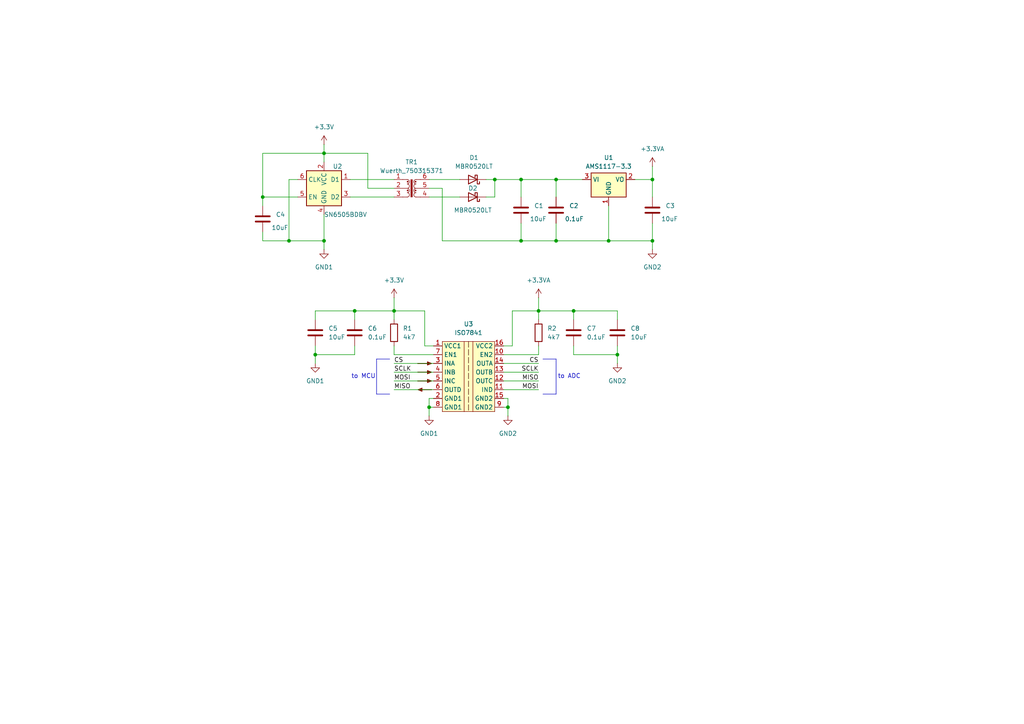
<source format=kicad_sch>
(kicad_sch (version 20250114) (generator "eeschema") (generator_version "9.0")
  (paper "A4")
  (lib_symbols
    (symbol "Device:C" (pin_numbers (hide yes)) (pin_names (offset 0.254))
      (property "Reference" "C" (at 0.635 2.54 0))
      (property "Value" "C" (at 0.635 -2.54 0))
      (symbol "C_0_1"
        (polyline (pts (xy -2.032 0.762) (xy 2.032 0.762)) (stroke (width 0.508)))
        (polyline (pts (xy -2.032 -0.762) (xy 2.032 -0.762)) (stroke (width 0.508)))
      )
      (symbol "C_1_1"
        (pin passive line (at 0 3.81 270) (length 2.794) (name "~") (number "1"))
        (pin passive line (at 0 -3.81 90) (length 2.794) (name "~") (number "2"))
      )
    )
    (symbol "Device:R" (pin_numbers (hide yes)) (pin_names (offset 0))
      (property "Reference" "R" (at 2.032 0 90))
      (property "Value" "R" (at 0 0 90))
      (symbol "R_0_1"
        (rectangle (start -1.016 -2.54) (end 1.016 2.54) (stroke (width 0.254)))
      )
      (symbol "R_1_1"
        (pin passive line (at 0 3.81 270) (length 1.27) (name "~") (number "1"))
        (pin passive line (at 0 -3.81 90) (length 1.27) (name "~") (number "2"))
      )
    )
    (symbol "Diode:MBR0520LT" (pin_numbers (hide yes)) (pin_names (offset 1.016) (hide yes))
      (property "Reference" "D" (at 0 2.54 0))
      (property "Value" "MBR0520LT" (at 0 -2.54 0))
      (symbol "MBR0520LT_0_1"
        (polyline (pts (xy -1.905 0.635) (xy -1.905 1.27) (xy -1.27 1.27) (xy -1.27 -1.27) (xy -0.635 -1.27) (xy -0.635 -0.635)) (stroke (width 0.254)))
        (polyline (pts (xy 1.27 1.27) (xy 1.27 -1.27) (xy -1.27 0) (xy 1.27 1.27)) (stroke (width 0.254)))
        (polyline (pts (xy 1.27 0) (xy -1.27 0)))
      )
      (symbol "MBR0520LT_1_1"
        (pin passive line (at -3.81 0 0) (length 2.54) (name "K") (number "1"))
        (pin passive line (at 3.81 0 180) (length 2.54) (name "A") (number "2"))
      )
    )
    (symbol "Graphic:SYM_Arrow_Small" (in_bom no) (on_board no)
      (symbol "SYM_Arrow_Small_0_1"
        (polyline (pts (xy 1.524 0) (xy -2.032 0)) (stroke (width 0.254)))
        (polyline (pts (xy 2.032 0) (xy 0.762 -0.508) (xy 0.762 0.508) (xy 2.032 0)) (fill (type outline)))
      )
    )
    (symbol "My_Lib_All:ISO7841"
      (property "Reference" "U" (at 0 5.08 0))
      (property "Value" "ISO7841" (at 0 2.54 0))
      (symbol "ISO7841_0_0"
        (pin power_in line (at -10.16 0 0) (length 2.54) (name "VCC1") (number "1"))
        (pin input line (at -10.16 -2.54 0) (length 2.54) (name "EN1") (number "7"))
        (pin input line (at -10.16 -5.08 0) (length 2.54) (name "INA") (number "3"))
        (pin input line (at -10.16 -7.62 0) (length 2.54) (name "INB") (number "4"))
        (pin input line (at -10.16 -10.16 0) (length 2.54) (name "INC") (number "5"))
        (pin output line (at -10.16 -12.7 0) (length 2.54) (name "OUTD") (number "6"))
        (pin power_in line (at -10.16 -15.24 0) (length 2.54) (name "GND1") (number "2"))
        (pin power_in line (at -10.16 -17.78 0) (length 2.54) (name "GND1") (number "8"))
        (pin power_in line (at 10.16 0 180) (length 2.54) (name "VCC2") (number "16"))
        (pin input line (at 10.16 -2.54 180) (length 2.54) (name "EN2") (number "10"))
        (pin output line (at 10.16 -5.08 180) (length 2.54) (name "OUTA") (number "14"))
        (pin output line (at 10.16 -7.62 180) (length 2.54) (name "OUTB") (number "13"))
        (pin output line (at 10.16 -10.16 180) (length 2.54) (name "OUTC") (number "12"))
        (pin input line (at 10.16 -12.7 180) (length 2.54) (name "IND") (number "11"))
        (pin power_in line (at 10.16 -15.24 180) (length 2.54) (name "GND2") (number "15"))
        (pin power_in line (at 10.16 -17.78 180) (length 2.54) (name "GND2") (number "9"))
      )
      (symbol "ISO7841_1_1"
        (rectangle (start -7.62 1.27) (end 7.62 -19.05) (fill (type background)))
        (polyline (pts (xy -1.27 -19.05) (xy -1.27 1.27)))
        (polyline (pts (xy 0 1.27) (xy 0 -19.05)) (stroke (width 0) (type dash) (color 72 0 0 1)))
        (polyline (pts (xy 1.27 1.27) (xy 1.27 -19.05)))
      )
    )
    (symbol "Power_Management:SN6505BDBV"
      (property "Reference" "U" (at -5.08 6.35 0))
      (property "Value" "SN6505BDBV" (at 7.62 6.35 0))
      (symbol "SN6505BDBV_0_1"
        (rectangle (start -5.08 5.08) (end 5.08 -5.08) (stroke (width 0.254)) (fill (type background)))
      )
      (symbol "SN6505BDBV_1_1"
        (pin input line (at -7.62 2.54 0) (length 2.54) (name "CLK") (number "6"))
        (pin input line (at -7.62 -2.54 0) (length 2.54) (name "EN") (number "5"))
        (pin power_in line (at 0 7.62 270) (length 2.54) (name "VCC") (number "2"))
        (pin power_in line (at 0 -7.62 90) (length 2.54) (name "GND") (number "4"))
        (pin open_collector line (at 7.62 2.54 180) (length 2.54) (name "D1") (number "1"))
        (pin open_collector line (at 7.62 -2.54 180) (length 2.54) (name "D2") (number "3"))
      )
    )
    (symbol "Regulator_Linear:AMS1117-3.3"
      (property "Reference" "U" (at -3.81 3.175 0))
      (property "Value" "AMS1117-3.3" (at 0 3.175 0))
      (symbol "AMS1117-3.3_0_1"
        (rectangle (start -5.08 -5.08) (end 5.08 1.905) (stroke (width 0.254)) (fill (type background)))
      )
      (symbol "AMS1117-3.3_1_1"
        (pin power_in line (at -7.62 0 0) (length 2.54) (name "VI") (number "3"))
        (pin power_in line (at 0 -7.62 90) (length 2.54) (name "GND") (number "1"))
        (pin power_out line (at 7.62 0 180) (length 2.54) (name "VO") (number "2"))
      )
    )
    (symbol "Transformer:Wuerth_750315371"
      (property "Reference" "TR" (at 0 5.08 0))
      (property "Value" "Wuerth_750315371" (at 0 -5.08 0))
      (symbol "Wuerth_750315371_0_1"
        (polyline (pts (xy -2.54 2.54) (xy -1.27 2.54)))
        (polyline (pts (xy -2.54 0) (xy -1.27 0)))
        (polyline (pts (xy -2.54 -2.54) (xy -1.27 -2.54)))
        (arc (start -1.27 0) (mid -0.6377 -0.635) (end -1.27 -1.27))
        (arc (start -1.27 -1.27) (mid -0.6377 -1.905) (end -1.27 -2.54))
        (rectangle (start -0.254 2.54) (end 0.254 -2.54) (stroke (width 0.0254)) (fill (type outline)))
        (polyline (pts (xy 1.27 2.54) (xy 2.54 2.54)))
        (polyline (pts (xy 1.27 0) (xy 2.54 0)))
        (polyline (pts (xy 1.27 -2.54) (xy 2.54 -2.54)))
      )
      (symbol "Wuerth_750315371_1_1"
        (arc (start -1.27 2.54) (mid -0.6377 1.905) (end -1.27 1.27))
        (arc (start -1.27 1.27) (mid -0.6377 0.635) (end -1.27 0))
        (circle (center -1.143 1.905) (radius 0.127) (stroke (width 0.254)))
        (circle (center -1.143 -0.635) (radius 0.127) (stroke (width 0.254)))
        (circle (center 1.143 1.905) (radius 0.127) (stroke (width 0.254)))
        (circle (center 1.143 -0.635) (radius 0.127) (stroke (width 0.254)))
        (arc (start 1.27 1.27) (mid 0.6377 1.905) (end 1.27 2.54))
        (arc (start 1.27 0) (mid 0.6377 0.635) (end 1.27 1.27))
        (arc (start 1.27 -1.27) (mid 0.6377 -0.635) (end 1.27 0))
        (arc (start 1.27 -2.54) (mid 0.6377 -1.905) (end 1.27 -1.27))
        (pin passive line (at -5.08 2.54 0) (length 2.54) (name "~") (number "1"))
        (pin passive line (at -5.08 0 0) (length 2.54) (name "~") (number "2"))
        (pin passive line (at -5.08 -2.54 0) (length 2.54) (name "~") (number "3"))
        (pin passive line (at 5.08 2.54 180) (length 2.54) (name "~") (number "6"))
        (pin passive line (at 5.08 0 180) (length 2.54) (name "~") (number "5"))
        (pin passive line (at 5.08 -2.54 180) (length 2.54) (name "~") (number "4"))
      )
    )
    (symbol "power:+3.3V" (power) (pin_numbers (hide yes)) (pin_names (offset 0) (hide yes))
      (property "Value" "+3.3V" (at 0 3.556 0))
      (symbol "+3.3V_0_1"
        (polyline (pts (xy -0.762 1.27) (xy 0 2.54)))
        (polyline (pts (xy 0 2.54) (xy 0.762 1.27)))
        (polyline (pts (xy 0 0) (xy 0 2.54)))
      )
      (symbol "+3.3V_1_1"
        (pin power_in line (at 0 0 90) (length 0) (name "~") (number "1"))
      )
    )
    (symbol "power:+3.3VA" (power) (pin_numbers (hide yes)) (pin_names (offset 0) (hide yes))
      (property "Value" "+3.3VA" (at 0 3.556 0))
      (symbol "+3.3VA_0_1"
        (polyline (pts (xy -0.762 1.27) (xy 0 2.54)))
        (polyline (pts (xy 0 2.54) (xy 0.762 1.27)))
        (polyline (pts (xy 0 0) (xy 0 2.54)))
      )
      (symbol "+3.3VA_1_1"
        (pin power_in line (at 0 0 90) (length 0) (name "~") (number "1"))
      )
    )
    (symbol "power:GND1" (power) (pin_numbers (hide yes)) (pin_names (offset 0) (hide yes))
      (property "Value" "GND1" (at 0 -3.81 0))
      (symbol "GND1_0_1"
        (polyline (pts (xy 0 0) (xy 0 -1.27) (xy 1.27 -1.27) (xy 0 -2.54) (xy -1.27 -1.27) (xy 0 -1.27)))
      )
      (symbol "GND1_1_1"
        (pin power_in line (at 0 0 270) (length 0) (name "~") (number "1"))
      )
    )
    (symbol "power:GND2" (power) (pin_numbers (hide yes)) (pin_names (offset 0) (hide yes))
      (property "Value" "GND2" (at 0 -3.81 0))
      (symbol "GND2_0_1"
        (polyline (pts (xy 0 0) (xy 0 -1.27) (xy 1.27 -1.27) (xy 0 -2.54) (xy -1.27 -1.27) (xy 0 -1.27)))
      )
      (symbol "GND2_1_1"
        (pin power_in line (at 0 0 270) (length 0) (name "~") (number "1"))
      )
    )
  )
  (text "to ADC\n" (at 165.1 109.22 0) (effects (font (size 1.27 1.27))))
  (text "to MCU" (at 105.41 109.22 0) (effects (font (size 1.27 1.27))))
  (junction (at 151.13 52.07))
  (junction (at 151.13 69.85))
  (junction (at 114.3 90.17))
  (junction (at 189.23 69.85))
  (junction (at 83.82 69.85))
  (junction (at 176.53 69.85))
  (junction (at 102.87 90.17))
  (junction (at 93.98 44.45))
  (junction (at 91.44 102.87))
  (junction (at 166.37 90.17))
  (junction (at 156.21 90.17))
  (junction (at 76.2 57.15))
  (junction (at 161.29 69.85))
  (junction (at 124.46 118.11))
  (junction (at 179.07 102.87))
  (junction (at 143.51 52.07))
  (junction (at 189.23 52.07))
  (junction (at 93.98 69.85))
  (junction (at 161.29 52.07))
  (junction (at 147.32 118.11))
  (wire (pts (xy 156.21 86.36) (xy 156.21 90.17)))
  (polyline (pts (xy 157.48 104.14) (xy 161.29 104.14)))
  (wire (pts (xy 176.53 59.69) (xy 176.53 69.85)))
  (wire (pts (xy 125.73 102.87) (xy 114.3 102.87)))
  (wire (pts (xy 83.82 52.07) (xy 83.82 69.85)))
  (wire (pts (xy 124.46 115.57) (xy 124.46 118.11)))
  (wire (pts (xy 91.44 102.87) (xy 91.44 105.41)))
  (wire (pts (xy 189.23 48.26) (xy 189.23 52.07)))
  (wire (pts (xy 83.82 69.85) (xy 93.98 69.85)))
  (polyline (pts (xy 157.48 114.3) (xy 161.29 114.3)))
  (wire (pts (xy 102.87 100.33) (xy 102.87 102.87)))
  (wire (pts (xy 179.07 102.87) (xy 166.37 102.87)))
  (wire (pts (xy 140.97 52.07) (xy 143.51 52.07)))
  (polyline (pts (xy 109.22 104.14) (xy 109.22 114.3)))
  (wire (pts (xy 166.37 90.17) (xy 179.07 90.17)))
  (wire (pts (xy 146.05 110.49) (xy 156.21 110.49)))
  (wire (pts (xy 76.2 57.15) (xy 76.2 44.45)))
  (wire (pts (xy 166.37 100.33) (xy 166.37 102.87)))
  (wire (pts (xy 146.05 118.11) (xy 147.32 118.11)))
  (wire (pts (xy 125.73 115.57) (xy 124.46 115.57)))
  (wire (pts (xy 114.3 113.03) (xy 125.73 113.03)))
  (wire (pts (xy 166.37 90.17) (xy 166.37 92.71)))
  (wire (pts (xy 114.3 110.49) (xy 125.73 110.49)))
  (wire (pts (xy 179.07 100.33) (xy 179.07 102.87)))
  (wire (pts (xy 128.27 54.61) (xy 128.27 69.85)))
  (wire (pts (xy 146.05 113.03) (xy 156.21 113.03)))
  (wire (pts (xy 125.73 100.33) (xy 123.19 100.33)))
  (wire (pts (xy 76.2 59.69) (xy 76.2 57.15)))
  (wire (pts (xy 114.3 90.17) (xy 114.3 92.71)))
  (wire (pts (xy 124.46 57.15) (xy 133.35 57.15)))
  (wire (pts (xy 146.05 115.57) (xy 147.32 115.57)))
  (wire (pts (xy 124.46 118.11) (xy 125.73 118.11)))
  (wire (pts (xy 123.19 90.17) (xy 114.3 90.17)))
  (wire (pts (xy 146.05 105.41) (xy 156.21 105.41)))
  (wire (pts (xy 114.3 86.36) (xy 114.3 90.17)))
  (wire (pts (xy 151.13 69.85) (xy 161.29 69.85)))
  (wire (pts (xy 128.27 69.85) (xy 151.13 69.85)))
  (wire (pts (xy 91.44 102.87) (xy 102.87 102.87)))
  (wire (pts (xy 76.2 69.85) (xy 83.82 69.85)))
  (wire (pts (xy 91.44 90.17) (xy 91.44 92.71)))
  (wire (pts (xy 189.23 52.07) (xy 184.15 52.07)))
  (polyline (pts (xy 161.29 104.14) (xy 161.29 114.3)))
  (wire (pts (xy 176.53 69.85) (xy 161.29 69.85)))
  (wire (pts (xy 156.21 90.17) (xy 166.37 90.17)))
  (wire (pts (xy 151.13 52.07) (xy 161.29 52.07)))
  (wire (pts (xy 123.19 100.33) (xy 123.19 90.17)))
  (wire (pts (xy 151.13 57.15) (xy 151.13 52.07)))
  (wire (pts (xy 148.59 100.33) (xy 148.59 90.17)))
  (wire (pts (xy 156.21 100.33) (xy 156.21 102.87)))
  (wire (pts (xy 91.44 100.33) (xy 91.44 102.87)))
  (wire (pts (xy 106.68 54.61) (xy 106.68 44.45)))
  (wire (pts (xy 124.46 52.07) (xy 133.35 52.07)))
  (wire (pts (xy 114.3 105.41) (xy 125.73 105.41)))
  (wire (pts (xy 114.3 90.17) (xy 102.87 90.17)))
  (wire (pts (xy 143.51 52.07) (xy 151.13 52.07)))
  (wire (pts (xy 101.6 57.15) (xy 114.3 57.15)))
  (wire (pts (xy 102.87 90.17) (xy 102.87 92.71)))
  (wire (pts (xy 86.36 52.07) (xy 83.82 52.07)))
  (wire (pts (xy 76.2 57.15) (xy 86.36 57.15)))
  (wire (pts (xy 93.98 62.23) (xy 93.98 69.85)))
  (wire (pts (xy 146.05 107.95) (xy 156.21 107.95)))
  (wire (pts (xy 189.23 69.85) (xy 176.53 69.85)))
  (wire (pts (xy 151.13 64.77) (xy 151.13 69.85)))
  (wire (pts (xy 76.2 44.45) (xy 93.98 44.45)))
  (wire (pts (xy 93.98 44.45) (xy 106.68 44.45)))
  (wire (pts (xy 161.29 52.07) (xy 168.91 52.07)))
  (wire (pts (xy 156.21 90.17) (xy 156.21 92.71)))
  (wire (pts (xy 148.59 90.17) (xy 156.21 90.17)))
  (wire (pts (xy 102.87 90.17) (xy 91.44 90.17)))
  (wire (pts (xy 189.23 64.77) (xy 189.23 69.85)))
  (wire (pts (xy 161.29 57.15) (xy 161.29 52.07)))
  (wire (pts (xy 179.07 102.87) (xy 179.07 105.41)))
  (wire (pts (xy 93.98 72.39) (xy 93.98 69.85)))
  (wire (pts (xy 146.05 100.33) (xy 148.59 100.33)))
  (polyline (pts (xy 113.03 114.3) (xy 109.22 114.3)))
  (wire (pts (xy 124.46 118.11) (xy 124.46 120.65)))
  (wire (pts (xy 93.98 41.91) (xy 93.98 44.45)))
  (wire (pts (xy 114.3 107.95) (xy 125.73 107.95)))
  (wire (pts (xy 76.2 67.31) (xy 76.2 69.85)))
  (wire (pts (xy 147.32 118.11) (xy 147.32 120.65)))
  (wire (pts (xy 114.3 102.87) (xy 114.3 100.33)))
  (wire (pts (xy 101.6 52.07) (xy 114.3 52.07)))
  (wire (pts (xy 124.46 54.61) (xy 128.27 54.61)))
  (wire (pts (xy 146.05 102.87) (xy 156.21 102.87)))
  (wire (pts (xy 114.3 54.61) (xy 106.68 54.61)))
  (wire (pts (xy 161.29 64.77) (xy 161.29 69.85)))
  (wire (pts (xy 143.51 57.15) (xy 140.97 57.15)))
  (wire (pts (xy 189.23 69.85) (xy 189.23 72.39)))
  (wire (pts (xy 143.51 52.07) (xy 143.51 57.15)))
  (wire (pts (xy 189.23 57.15) (xy 189.23 52.07)))
  (wire (pts (xy 147.32 115.57) (xy 147.32 118.11)))
  (polyline (pts (xy 113.03 104.14) (xy 109.22 104.14)))
  (wire (pts (xy 179.07 90.17) (xy 179.07 92.71)))
  (wire (pts (xy 93.98 44.45) (xy 93.98 46.99)))
  (label "MISO" (at 156.21 110.49 180))
  (label "SCLK" (at 156.21 107.95 180))
  (label "MOSI" (at 156.21 113.03 180))
  (label "CS" (at 114.3 105.41 0))
  (label "MOSI" (at 114.3 110.49 0))
  (label "MISO" (at 114.3 113.03 0))
  (label "CS" (at 156.21 105.41 180))
  (label "SCLK" (at 114.3 107.95 0))
  (symbol (lib_id "Device:C") (at 179.07 96.52 0) (unit 1)
    (property "Reference" "C8" (at 182.88 95.2499 0) (effects (justify left)))
    (property "Value" "10uF" (at 182.88 97.7899 0) (effects (justify left)))
    (property "Description" "Unpolarized capacitor" (effects (hide yes)))
  )
  (symbol (lib_id "Transformer:Wuerth_750315371") (at 119.38 54.61 0) (unit 1)
    (property "Reference" "TR1" (at 119.38 46.99 0))
    (property "Value" "Wuerth_750315371" (at 119.38 49.53 0))
    (property "Footprint" "Transformer_SMD:Transformer_Wuerth_750315371" (effects (hide yes)))
    (property "Datasheet" "https://www.we-online.com/catalog/datasheet/750315371.pdf" (effects (hide yes)))
    (property "Description" "5V, 1A , 320 - 480kHz, 1:1.1, Center Tapped, SMD" (effects (hide yes)))
  )
  (symbol (lib_id "Power_Management:SN6505BDBV") (at 93.98 54.61 0) (unit 1)
    (property "Reference" "U2" (at 96.52 48.26 0) (effects (justify left)))
    (property "Value" "SN6505BDBV" (at 93.98 62.23 0) (effects (justify left)))
    (property "Footprint" "Package_TO_SOT_SMD:SOT-23-6" (effects (hide yes)))
    (property "Datasheet" "http://www.ti.com/lit/ds/symlink/sn6505b.pdf" (effects (hide yes)))
    (property "Description" "Low Noise, 1A, Transformer Drivers for Isolated Power Supplies, 420 kHz, SOT-23-6" (effects (hide yes)))
  )
  (symbol (lib_id "power:GND1") (at 93.98 72.39 0) (unit 1)
    (property "Reference" "#PWR03" (effects (hide yes)))
    (property "Value" "GND1" (at 93.98 77.47 0))
    (property "Description" "Power symbol creates a global label with name \"GND1\" , ground" (effects (hide yes)))
  )
  (symbol (lib_id "power:GND2") (at 189.23 72.39 0) (unit 1)
    (property "Reference" "#PWR04" (effects (hide yes)))
    (property "Value" "GND2" (at 189.23 77.47 0))
    (property "Description" "Power symbol creates a global label with name \"GND2\" , ground" (effects (hide yes)))
  )
  (symbol (lib_id "Device:C") (at 189.23 60.96 0) (unit 1)
    (property "Reference" "C3" (at 193.04 59.6899 0) (effects (justify left)))
    (property "Value" "10uF" (at 191.77 63.5 0) (effects (justify left)))
    (property "Description" "Unpolarized capacitor" (effects (hide yes)))
  )
  (symbol (lib_id "power:GND1") (at 124.46 120.65 0) (unit 1)
    (property "Reference" "#PWR09" (effects (hide yes)))
    (property "Value" "GND1" (at 124.46 125.73 0))
    (property "Description" "Power symbol creates a global label with name \"GND1\" , ground" (effects (hide yes)))
  )
  (symbol (lib_id "Device:C") (at 166.37 96.52 0) (unit 1)
    (property "Reference" "C7" (at 170.18 95.2499 0) (effects (justify left)))
    (property "Value" "0.1uF" (at 170.18 97.7899 0) (effects (justify left)))
    (property "Description" "Unpolarized capacitor" (effects (hide yes)))
  )
  (symbol (lib_id "power:+3.3VA") (at 156.21 86.36 0) (unit 1)
    (property "Reference" "#PWR06" (effects (hide yes)))
    (property "Value" "+3.3VA" (at 156.21 81.28 0))
    (property "Description" "Power symbol creates a global label with name \"+3.3VA\"" (effects (hide yes)))
  )
  (symbol (lib_id "Device:C") (at 76.2 63.5 0) (unit 1)
    (property "Reference" "C4" (at 80.01 62.2299 0) (effects (justify left)))
    (property "Value" "10uF" (at 78.74 66.04 0) (effects (justify left)))
    (property "Description" "Unpolarized capacitor" (effects (hide yes)))
  )
  (symbol (lib_id "Device:R") (at 114.3 96.52 0) (unit 1)
    (property "Reference" "R1" (at 116.84 95.2499 0) (effects (justify left)))
    (property "Value" "4k7" (at 116.84 97.7899 0) (effects (justify left)))
    (property "Description" "Resistor" (effects (hide yes)))
  )
  (symbol (lib_id "power:GND1") (at 91.44 105.41 0) (unit 1)
    (property "Reference" "#PWR07" (effects (hide yes)))
    (property "Value" "GND1" (at 91.44 110.49 0))
    (property "Description" "Power symbol creates a global label with name \"GND1\" , ground" (effects (hide yes)))
  )
  (symbol (lib_id "power:+3.3VA") (at 189.23 48.26 0) (unit 1)
    (property "Reference" "#PWR02" (effects (hide yes)))
    (property "Value" "+3.3VA" (at 189.23 43.18 0))
    (property "Description" "Power symbol creates a global label with name \"+3.3VA\"" (effects (hide yes)))
  )
  (symbol (lib_id "My_Lib_All:ISO7841") (at 135.89 100.33 0) (unit 1)
    (property "Reference" "U3" (at 135.89 93.98 0))
    (property "Value" "ISO7841" (at 135.89 96.52 0))
    (property "Footprint" "Package_SO:SOIC-16W_7.5x10.3mm_P1.27mm" (effects (hide yes)))
    (property "Datasheet" "https://www.ti.com/lit/ds/symlink/iso7841.pdf?ts=1705239988222&ref_url=https%253A%252F%252Fwww.google.ru%252F" (effects (hide yes)))
    (property "Description" "ISO7841x High-Performance, 8000-VPK Reinforced Quad-Channel Digital Isolator" (effects (hide yes)))
  )
  (symbol (lib_id "power:+3.3V") (at 93.98 41.91 0) (unit 1)
    (property "Reference" "#PWR01" (effects (hide yes)))
    (property "Value" "+3.3V" (at 93.98 36.83 0))
    (property "Description" "Power symbol creates a global label with name \"+3.3V\"" (effects (hide yes)))
  )
  (symbol (lib_id "Diode:MBR0520LT") (at 137.16 52.07 180) (unit 1)
    (property "Reference" "D1" (at 137.4775 45.72 0))
    (property "Value" "MBR0520LT" (at 137.4775 48.26 0))
    (property "Footprint" "Diode_SMD:D_SOD-123" (effects (hide yes)))
    (property "Datasheet" "http://www.onsemi.com/pub_link/Collateral/MBR0520LT1-D.PDF" (effects (hide yes)))
    (property "Description" "20V 0.5A Schottky Power Rectifier Diode, SOD-123" (effects (hide yes)))
  )
  (symbol (lib_id "Device:R") (at 156.21 96.52 0) (unit 1)
    (property "Reference" "R2" (at 158.75 95.2499 0) (effects (justify left)))
    (property "Value" "4k7" (at 158.75 97.7899 0) (effects (justify left)))
    (property "Description" "Resistor" (effects (hide yes)))
  )
  (symbol (lib_id "Graphic:SYM_Arrow_Small") (at 123.19 105.41 0) (unit 1) (in_bom no) (on_board no)
    (property "Reference" "#SYM1" (effects (hide yes)))
    (property "Value" "SYM_Arrow_Small" (effects (hide yes)))
    (property "Description" "Filled arrow, 160mil" (effects (hide yes)))
    (property "Sim.Enable" "0" (effects (hide yes)))
  )
  (symbol (lib_id "Device:C") (at 102.87 96.52 0) (unit 1)
    (property "Reference" "C6" (at 106.68 95.2499 0) (effects (justify left)))
    (property "Value" "0.1uF" (at 106.68 97.7899 0) (effects (justify left)))
    (property "Description" "Unpolarized capacitor" (effects (hide yes)))
  )
  (symbol (lib_id "Graphic:SYM_Arrow_Small") (at 123.19 107.95 0) (unit 1) (in_bom no) (on_board no)
    (property "Reference" "#SYM2" (effects (hide yes)))
    (property "Value" "SYM_Arrow_Small" (effects (hide yes)))
    (property "Description" "Filled arrow, 160mil" (effects (hide yes)))
    (property "Sim.Enable" "0" (effects (hide yes)))
  )
  (symbol (lib_id "Graphic:SYM_Arrow_Small") (at 123.19 113.03 180) (unit 1) (in_bom no) (on_board no)
    (property "Reference" "#SYM4" (effects (hide yes)))
    (property "Value" "SYM_Arrow_Small" (effects (hide yes)))
    (property "Description" "Filled arrow, 160mil" (effects (hide yes)))
    (property "Sim.Enable" "0" (effects (hide yes)))
  )
  (symbol (lib_id "power:GND2") (at 147.32 120.65 0) (unit 1)
    (property "Reference" "#PWR010" (effects (hide yes)))
    (property "Value" "GND2" (at 147.32 125.73 0))
    (property "Description" "Power symbol creates a global label with name \"GND2\" , ground" (effects (hide yes)))
  )
  (symbol (lib_id "power:GND2") (at 179.07 105.41 0) (unit 1)
    (property "Reference" "#PWR08" (effects (hide yes)))
    (property "Value" "GND2" (at 179.07 110.49 0))
    (property "Description" "Power symbol creates a global label with name \"GND2\" , ground" (effects (hide yes)))
  )
  (symbol (lib_id "Graphic:SYM_Arrow_Small") (at 123.19 110.49 0) (unit 1) (in_bom no) (on_board no)
    (property "Reference" "#SYM3" (effects (hide yes)))
    (property "Value" "SYM_Arrow_Small" (effects (hide yes)))
    (property "Description" "Filled arrow, 160mil" (effects (hide yes)))
    (property "Sim.Enable" "0" (effects (hide yes)))
  )
  (symbol (lib_id "power:+3.3V") (at 114.3 86.36 0) (unit 1)
    (property "Reference" "#PWR05" (effects (hide yes)))
    (property "Value" "+3.3V" (at 114.3 81.28 0))
    (property "Description" "Power symbol creates a global label with name \"+3.3V\"" (effects (hide yes)))
  )
  (symbol (lib_id "Device:C") (at 161.29 60.96 0) (unit 1)
    (property "Reference" "C2" (at 165.1 59.6899 0) (effects (justify left)))
    (property "Value" "0.1uF" (at 163.83 63.5 0) (effects (justify left)))
    (property "Description" "Unpolarized capacitor" (effects (hide yes)))
  )
  (symbol (lib_id "Diode:MBR0520LT") (at 137.16 57.15 180) (unit 1)
    (property "Reference" "D2" (at 137.16 54.61 0))
    (property "Value" "MBR0520LT" (at 137.16 60.96 0))
    (property "Footprint" "Diode_SMD:D_SOD-123" (effects (hide yes)))
    (property "Datasheet" "http://www.onsemi.com/pub_link/Collateral/MBR0520LT1-D.PDF" (effects (hide yes)))
    (property "Description" "20V 0.5A Schottky Power Rectifier Diode, SOD-123" (effects (hide yes)))
  )
  (symbol (lib_id "Device:C") (at 91.44 96.52 0) (unit 1)
    (property "Reference" "C5" (at 95.25 95.2499 0) (effects (justify left)))
    (property "Value" "10uF" (at 95.25 97.7899 0) (effects (justify left)))
    (property "Description" "Unpolarized capacitor" (effects (hide yes)))
  )
  (symbol (lib_id "Device:C") (at 151.13 60.96 0) (unit 1)
    (property "Reference" "C1" (at 154.94 59.6899 0) (effects (justify left)))
    (property "Value" "10uF" (at 153.67 63.5 0) (effects (justify left)))
    (property "Description" "Unpolarized capacitor" (effects (hide yes)))
  )
  (symbol (lib_id "Regulator_Linear:AMS1117-3.3") (at 176.53 52.07 0) (unit 1)
    (property "Reference" "U1" (at 176.53 45.72 0))
    (property "Value" "AMS1117-3.3" (at 176.53 48.26 0))
    (property "Footprint" "Package_TO_SOT_SMD:SOT-223-3_TabPin2" (effects (hide yes)))
    (property "Datasheet" "http://www.advanced-monolithic.com/pdf/ds1117.pdf" (effects (hide yes)))
    (property "Description" "1A Low Dropout regulator, positive, 3.3V fixed output, SOT-223" (effects (hide yes)))
  )
)
</source>
